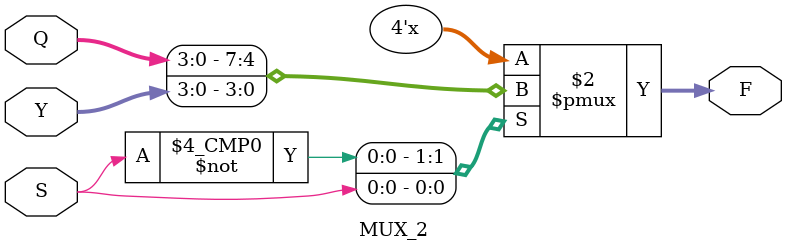
<source format=v>
module MUX_2(S, Y, Q, F);
  parameter size = 4;
  input [size-1:0] Y, Q;
  input S;
  output reg [size-1:0] F;
  
  always @(Y or Q or S)
    begin
      case(S)
       0: F <= Q;
       1: F <= Y;
      endcase
    end
endmodule

</source>
